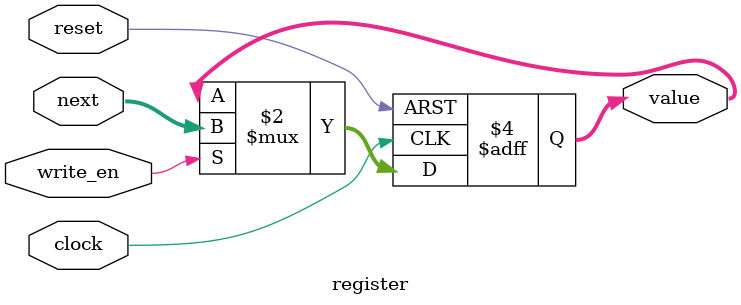
<source format=sv>
module register #(
	parameter WIDTH = 32,
	parameter RESET = 0
) (
	input  logic             clock,
	input  logic             reset,
	input  logic             write_en,
	input  logic [WIDTH-1:0] next,
	output logic [WIDTH-1:0] value
);

	always_ff @(posedge clock, posedge reset)
		if(reset)
			value <= RESET;
		else if(write_en)
			value <= next;

endmodule
</source>
